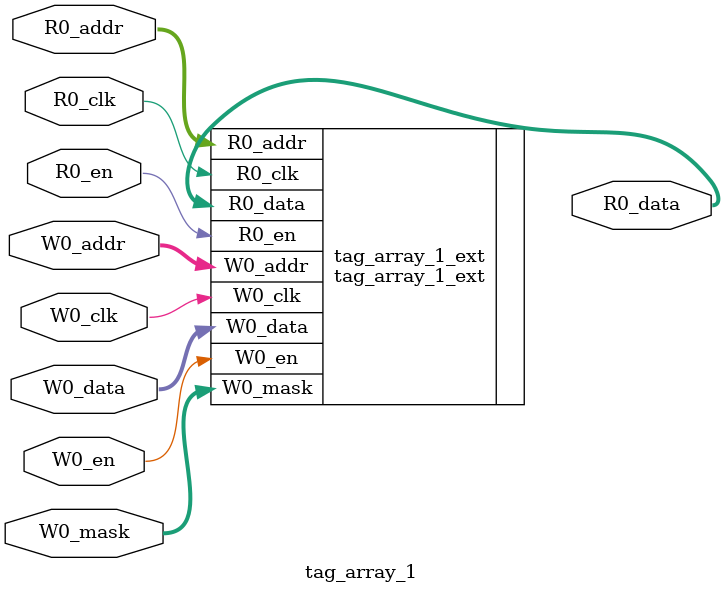
<source format=sv>
`ifndef RANDOMIZE
  `ifdef RANDOMIZE_REG_INIT
    `define RANDOMIZE
  `endif // RANDOMIZE_REG_INIT
`endif // not def RANDOMIZE
`ifndef RANDOMIZE
  `ifdef RANDOMIZE_MEM_INIT
    `define RANDOMIZE
  `endif // RANDOMIZE_MEM_INIT
`endif // not def RANDOMIZE

`ifndef RANDOM
  `define RANDOM $random
`endif // not def RANDOM

// Users can define 'PRINTF_COND' to add an extra gate to prints.
`ifndef PRINTF_COND_
  `ifdef PRINTF_COND
    `define PRINTF_COND_ (`PRINTF_COND)
  `else  // PRINTF_COND
    `define PRINTF_COND_ 1
  `endif // PRINTF_COND
`endif // not def PRINTF_COND_

// Users can define 'ASSERT_VERBOSE_COND' to add an extra gate to assert error printing.
`ifndef ASSERT_VERBOSE_COND_
  `ifdef ASSERT_VERBOSE_COND
    `define ASSERT_VERBOSE_COND_ (`ASSERT_VERBOSE_COND)
  `else  // ASSERT_VERBOSE_COND
    `define ASSERT_VERBOSE_COND_ 1
  `endif // ASSERT_VERBOSE_COND
`endif // not def ASSERT_VERBOSE_COND_

// Users can define 'STOP_COND' to add an extra gate to stop conditions.
`ifndef STOP_COND_
  `ifdef STOP_COND
    `define STOP_COND_ (`STOP_COND)
  `else  // STOP_COND
    `define STOP_COND_ 1
  `endif // STOP_COND
`endif // not def STOP_COND_

// Users can define INIT_RANDOM as general code that gets injected into the
// initializer block for modules with registers.
`ifndef INIT_RANDOM
  `define INIT_RANDOM
`endif // not def INIT_RANDOM

// If using random initialization, you can also define RANDOMIZE_DELAY to
// customize the delay used, otherwise 0.002 is used.
`ifndef RANDOMIZE_DELAY
  `define RANDOMIZE_DELAY 0.002
`endif // not def RANDOMIZE_DELAY

// Define INIT_RANDOM_PROLOG_ for use in our modules below.
`ifndef INIT_RANDOM_PROLOG_
  `ifdef RANDOMIZE
    `ifdef VERILATOR
      `define INIT_RANDOM_PROLOG_ `INIT_RANDOM
    `else  // VERILATOR
      `define INIT_RANDOM_PROLOG_ `INIT_RANDOM #`RANDOMIZE_DELAY begin end
    `endif // VERILATOR
  `else  // RANDOMIZE
    `define INIT_RANDOM_PROLOG_
  `endif // RANDOMIZE
`endif // not def INIT_RANDOM_PROLOG_

module tag_array_1(	// @[HellaCache.scala:326:30]
  input  [4:0]   R0_addr,
  input          R0_en,
                 R0_clk,
  input  [4:0]   W0_addr,
  input          W0_en,
                 W0_clk,
  input  [183:0] W0_data,
  input  [7:0]   W0_mask,
  output [183:0] R0_data
);

  tag_array_1_ext tag_array_1_ext (	// @[HellaCache.scala:326:30]
    .R0_addr (R0_addr),
    .R0_en   (R0_en),
    .R0_clk  (R0_clk),
    .W0_addr (W0_addr),
    .W0_en   (W0_en),
    .W0_clk  (W0_clk),
    .W0_data (W0_data),
    .W0_mask (W0_mask),
    .R0_data (R0_data)
  );
endmodule


</source>
